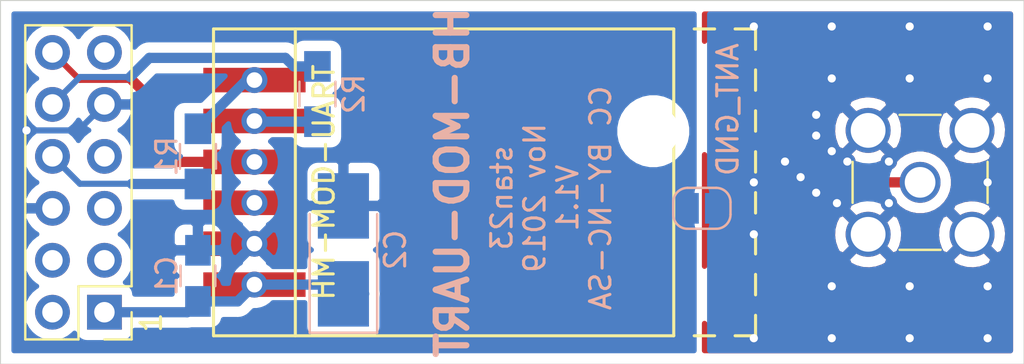
<source format=kicad_pcb>
(kicad_pcb (version 20171130) (host pcbnew "(5.1.2)-1")

  (general
    (thickness 1.6)
    (drawings 7)
    (tracks 63)
    (zones 0)
    (modules 8)
    (nets 11)
  )

  (page A4)
  (layers
    (0 F.Cu signal)
    (31 B.Cu signal)
    (32 B.Adhes user)
    (33 F.Adhes user)
    (34 B.Paste user)
    (35 F.Paste user)
    (36 B.SilkS user)
    (37 F.SilkS user)
    (38 B.Mask user)
    (39 F.Mask user)
    (40 Dwgs.User user)
    (41 Cmts.User user)
    (42 Eco1.User user)
    (43 Eco2.User user)
    (44 Edge.Cuts user)
    (45 Margin user)
    (46 B.CrtYd user)
    (47 F.CrtYd user hide)
    (48 B.Fab user hide)
    (49 F.Fab user hide)
  )

  (setup
    (last_trace_width 0.5)
    (user_trace_width 0.3)
    (user_trace_width 0.5)
    (trace_clearance 0.2)
    (zone_clearance 0.508)
    (zone_45_only no)
    (trace_min 0.2)
    (via_size 0.8)
    (via_drill 0.4)
    (via_min_size 0.4)
    (via_min_drill 0.3)
    (uvia_size 0.3)
    (uvia_drill 0.1)
    (uvias_allowed no)
    (uvia_min_size 0.2)
    (uvia_min_drill 0.1)
    (edge_width 0.15)
    (segment_width 0.2)
    (pcb_text_width 0.3)
    (pcb_text_size 1.5 1.5)
    (mod_edge_width 0.15)
    (mod_text_size 1 1)
    (mod_text_width 0.15)
    (pad_size 1.524 1.524)
    (pad_drill 0.762)
    (pad_to_mask_clearance 0.051)
    (solder_mask_min_width 0.25)
    (aux_axis_origin 0 0)
    (visible_elements 7FFFFFFF)
    (pcbplotparams
      (layerselection 0x010fc_ffffffff)
      (usegerberextensions false)
      (usegerberattributes false)
      (usegerberadvancedattributes false)
      (creategerberjobfile false)
      (excludeedgelayer true)
      (linewidth 1.000000)
      (plotframeref false)
      (viasonmask false)
      (mode 1)
      (useauxorigin false)
      (hpglpennumber 1)
      (hpglpenspeed 20)
      (hpglpendiameter 15.000000)
      (psnegative false)
      (psa4output false)
      (plotreference true)
      (plotvalue true)
      (plotinvisibletext false)
      (padsonsilk false)
      (subtractmaskfromsilk false)
      (outputformat 1)
      (mirror false)
      (drillshape 0)
      (scaleselection 1)
      (outputdirectory "HB-MOD-UART_Gerber11"))
  )

  (net 0 "")
  (net 1 +3V3)
  (net 2 GND)
  (net 3 "Net-(J1-Pad12)")
  (net 4 "Net-(J2-Pad1)")
  (net 5 "Net-(U1-Pad3)")
  (net 6 /TX)
  (net 7 /RX)
  (net 8 "Net-(R1-Pad1)")
  (net 9 "Net-(R2-Pad1)")
  (net 10 GNDS)

  (net_class Default "Dies ist die voreingestellte Netzklasse."
    (clearance 0.2)
    (trace_width 0.25)
    (via_dia 0.8)
    (via_drill 0.4)
    (uvia_dia 0.3)
    (uvia_drill 0.1)
    (add_net +3V3)
    (add_net /RX)
    (add_net /TX)
    (add_net GND)
    (add_net GNDS)
    (add_net "Net-(J1-Pad12)")
    (add_net "Net-(J2-Pad1)")
    (add_net "Net-(R1-Pad1)")
    (add_net "Net-(R2-Pad1)")
    (add_net "Net-(U1-Pad3)")
  )

  (module Capacitors_SMD:C_0805_HandSoldering (layer B.Cu) (tedit 58AA84A8) (tstamp 5DC1DC8D)
    (at 73.152 109.982 90)
    (descr "Capacitor SMD 0805, hand soldering")
    (tags "capacitor 0805")
    (path /5DC2CB1C)
    (attr smd)
    (fp_text reference C1 (at 0 -1.524 270) (layer B.SilkS)
      (effects (font (size 1 1) (thickness 0.15)) (justify mirror))
    )
    (fp_text value 100n (at 0 -1.75 270) (layer B.Fab)
      (effects (font (size 1 1) (thickness 0.15)) (justify mirror))
    )
    (fp_text user %R (at 0 1.75 270) (layer B.Fab)
      (effects (font (size 1 1) (thickness 0.15)) (justify mirror))
    )
    (fp_line (start -1 -0.62) (end -1 0.62) (layer B.Fab) (width 0.1))
    (fp_line (start 1 -0.62) (end -1 -0.62) (layer B.Fab) (width 0.1))
    (fp_line (start 1 0.62) (end 1 -0.62) (layer B.Fab) (width 0.1))
    (fp_line (start -1 0.62) (end 1 0.62) (layer B.Fab) (width 0.1))
    (fp_line (start 0.5 0.85) (end -0.5 0.85) (layer B.SilkS) (width 0.12))
    (fp_line (start -0.5 -0.85) (end 0.5 -0.85) (layer B.SilkS) (width 0.12))
    (fp_line (start -2.25 0.88) (end 2.25 0.88) (layer B.CrtYd) (width 0.05))
    (fp_line (start -2.25 0.88) (end -2.25 -0.87) (layer B.CrtYd) (width 0.05))
    (fp_line (start 2.25 -0.87) (end 2.25 0.88) (layer B.CrtYd) (width 0.05))
    (fp_line (start 2.25 -0.87) (end -2.25 -0.87) (layer B.CrtYd) (width 0.05))
    (pad 1 smd rect (at -1.25 0 90) (size 1.5 1.25) (layers B.Cu B.Paste B.Mask)
      (net 1 +3V3))
    (pad 2 smd rect (at 1.25 0 90) (size 1.5 1.25) (layers B.Cu B.Paste B.Mask)
      (net 2 GND))
    (model Capacitors_SMD.3dshapes/C_0805.wrl
      (at (xyz 0 0 0))
      (scale (xyz 1 1 1))
      (rotate (xyz 0 0 0))
    )
  )

  (module Pin_Headers:Pin_Header_Straight_2x06_Pitch2.54mm (layer F.Cu) (tedit 59650532) (tstamp 5DC1F040)
    (at 68.58 111.76 180)
    (descr "Through hole straight pin header, 2x06, 2.54mm pitch, double rows")
    (tags "Through hole pin header THT 2x06 2.54mm double row")
    (path /5DC18A31)
    (fp_text reference J1 (at -2.032 -1.524) (layer F.SilkS) hide
      (effects (font (size 1 1) (thickness 0.15)))
    )
    (fp_text value Conn_Raspi (at -2.794 2.921 90) (layer F.Fab)
      (effects (font (size 1 1) (thickness 0.15)))
    )
    (fp_line (start 0 -1.27) (end 3.81 -1.27) (layer F.Fab) (width 0.1))
    (fp_line (start 3.81 -1.27) (end 3.81 13.97) (layer F.Fab) (width 0.1))
    (fp_line (start 3.81 13.97) (end -1.27 13.97) (layer F.Fab) (width 0.1))
    (fp_line (start -1.27 13.97) (end -1.27 0) (layer F.Fab) (width 0.1))
    (fp_line (start -1.27 0) (end 0 -1.27) (layer F.Fab) (width 0.1))
    (fp_line (start -1.33 14.03) (end 3.87 14.03) (layer F.SilkS) (width 0.12))
    (fp_line (start -1.33 1.27) (end -1.33 14.03) (layer F.SilkS) (width 0.12))
    (fp_line (start 3.87 -1.33) (end 3.87 14.03) (layer F.SilkS) (width 0.12))
    (fp_line (start -1.33 1.27) (end 1.27 1.27) (layer F.SilkS) (width 0.12))
    (fp_line (start 1.27 1.27) (end 1.27 -1.33) (layer F.SilkS) (width 0.12))
    (fp_line (start 1.27 -1.33) (end 3.87 -1.33) (layer F.SilkS) (width 0.12))
    (fp_line (start -1.33 0) (end -1.33 -1.33) (layer F.SilkS) (width 0.12))
    (fp_line (start -1.33 -1.33) (end 0 -1.33) (layer F.SilkS) (width 0.12))
    (fp_line (start -1.8 -1.8) (end -1.8 14.5) (layer F.CrtYd) (width 0.05))
    (fp_line (start -1.8 14.5) (end 4.35 14.5) (layer F.CrtYd) (width 0.05))
    (fp_line (start 4.35 14.5) (end 4.35 -1.8) (layer F.CrtYd) (width 0.05))
    (fp_line (start 4.35 -1.8) (end -1.8 -1.8) (layer F.CrtYd) (width 0.05))
    (fp_text user %R (at 1.27 6.35 90) (layer F.Fab)
      (effects (font (size 1 1) (thickness 0.15)))
    )
    (pad 1 thru_hole rect (at 0 0 180) (size 1.7 1.7) (drill 1) (layers *.Cu *.Mask)
      (net 1 +3V3))
    (pad 2 thru_hole oval (at 2.54 0 180) (size 1.7 1.7) (drill 1) (layers *.Cu *.Mask))
    (pad 3 thru_hole oval (at 0 2.54 180) (size 1.7 1.7) (drill 1) (layers *.Cu *.Mask))
    (pad 4 thru_hole oval (at 2.54 2.54 180) (size 1.7 1.7) (drill 1) (layers *.Cu *.Mask))
    (pad 5 thru_hole oval (at 0 5.08 180) (size 1.7 1.7) (drill 1) (layers *.Cu *.Mask))
    (pad 6 thru_hole oval (at 2.54 5.08 180) (size 1.7 1.7) (drill 1) (layers *.Cu *.Mask)
      (net 2 GND))
    (pad 7 thru_hole oval (at 0 7.62 180) (size 1.7 1.7) (drill 1) (layers *.Cu *.Mask))
    (pad 8 thru_hole oval (at 2.54 7.62 180) (size 1.7 1.7) (drill 1) (layers *.Cu *.Mask)
      (net 6 /TX))
    (pad 9 thru_hole oval (at 0 10.16 180) (size 1.7 1.7) (drill 1) (layers *.Cu *.Mask)
      (net 2 GND))
    (pad 10 thru_hole oval (at 2.54 10.16 180) (size 1.7 1.7) (drill 1) (layers *.Cu *.Mask)
      (net 7 /RX))
    (pad 11 thru_hole oval (at 0 12.7 180) (size 1.7 1.7) (drill 1) (layers *.Cu *.Mask))
    (pad 12 thru_hole oval (at 2.54 12.7 180) (size 1.7 1.7) (drill 1) (layers *.Cu *.Mask)
      (net 3 "Net-(J1-Pad12)"))
    (model ${KISYS3DMOD}/Pin_Headers.3dshapes/Pin_Header_Straight_2x06_Pitch2.54mm.wrl
      (at (xyz 0 0 0))
      (scale (xyz 1 1 1))
      (rotate (xyz 0 0 0))
    )
  )

  (module Connectors:SMA_THT_Jack_Straight (layer F.Cu) (tedit 58C301F2) (tstamp 5DC1D60F)
    (at 108.458 105.41)
    (descr "SMA pcb through hole jack")
    (tags "SMA THT Jack Straight")
    (path /5DC37419)
    (fp_text reference J2 (at 0 -2.286) (layer F.SilkS) hide
      (effects (font (size 1 1) (thickness 0.15)))
    )
    (fp_text value Conn_Coaxial (at 0 5) (layer F.Fab)
      (effects (font (size 1 1) (thickness 0.15)))
    )
    (fp_line (start 2.03 -3.05) (end 3.05 -3.05) (layer F.Fab) (width 0.1))
    (fp_line (start -1 -3.3) (end 1 -3.3) (layer F.SilkS) (width 0.12))
    (fp_line (start -1 3.3) (end 1 3.3) (layer F.SilkS) (width 0.12))
    (fp_text user %R (at 0 -5) (layer F.Fab)
      (effects (font (size 1 1) (thickness 0.15)))
    )
    (fp_line (start 3.3 -1) (end 3.3 1) (layer F.SilkS) (width 0.12))
    (fp_line (start -3.3 -1) (end -3.3 1) (layer F.SilkS) (width 0.12))
    (fp_line (start 3.17 -3.17) (end 3.17 3.17) (layer F.Fab) (width 0.1))
    (fp_line (start -3.17 3.17) (end 3.17 3.17) (layer F.Fab) (width 0.1))
    (fp_line (start -3.17 -3.17) (end -3.17 3.17) (layer F.Fab) (width 0.1))
    (fp_line (start -3.17 -3.17) (end 3.17 -3.17) (layer F.Fab) (width 0.1))
    (fp_line (start -2.03 -3.05) (end -2.03 -2.03) (layer F.Fab) (width 0.1))
    (fp_line (start -3.05 -2.03) (end -2.03 -2.03) (layer F.Fab) (width 0.1))
    (fp_line (start -2.03 2.03) (end -2.03 3.05) (layer F.Fab) (width 0.1))
    (fp_line (start -3.05 2.03) (end -2.03 2.03) (layer F.Fab) (width 0.1))
    (fp_line (start 2.03 -3.05) (end 2.03 -2.03) (layer F.Fab) (width 0.1))
    (fp_line (start 2.03 -2.03) (end 3.05 -2.03) (layer F.Fab) (width 0.1))
    (fp_line (start 3.05 2.03) (end 2.03 2.03) (layer F.Fab) (width 0.1))
    (fp_line (start 2.03 2.03) (end 2.03 3.05) (layer F.Fab) (width 0.1))
    (fp_line (start -4.14 -4.14) (end 4.14 -4.14) (layer F.CrtYd) (width 0.05))
    (fp_line (start -4.14 -4.14) (end -4.14 4.14) (layer F.CrtYd) (width 0.05))
    (fp_line (start 4.14 4.14) (end 4.14 -4.14) (layer F.CrtYd) (width 0.05))
    (fp_line (start 4.14 4.14) (end -4.14 4.14) (layer F.CrtYd) (width 0.05))
    (fp_circle (center 0 0) (end 2.04 0) (layer F.Fab) (width 0.1))
    (fp_circle (center 0 0) (end 0.635 0) (layer F.Fab) (width 0.1))
    (fp_line (start 3.05 -3.05) (end 3.05 -2.03) (layer F.Fab) (width 0.1))
    (fp_line (start -3.05 -3.05) (end -3.05 -2.03) (layer F.Fab) (width 0.1))
    (fp_line (start -3.05 -3.05) (end -2.03 -3.05) (layer F.Fab) (width 0.1))
    (fp_line (start -3.05 3.05) (end -2.03 3.05) (layer F.Fab) (width 0.1))
    (fp_line (start -3.05 3.05) (end -3.05 2.03) (layer F.Fab) (width 0.1))
    (fp_line (start 3.05 2.03) (end 3.05 3.05) (layer F.Fab) (width 0.1))
    (fp_line (start 2.03 3.05) (end 3.05 3.05) (layer F.Fab) (width 0.1))
    (pad 2 thru_hole circle (at -2.54 2.54) (size 2.2 2.2) (drill 1.7) (layers *.Cu *.Mask)
      (net 10 GNDS))
    (pad 2 thru_hole circle (at -2.54 -2.54) (size 2.2 2.2) (drill 1.7) (layers *.Cu *.Mask)
      (net 10 GNDS))
    (pad 2 thru_hole circle (at 2.54 -2.54) (size 2.2 2.2) (drill 1.7) (layers *.Cu *.Mask)
      (net 10 GNDS))
    (pad 2 thru_hole circle (at 2.54 2.54) (size 2.2 2.2) (drill 1.7) (layers *.Cu *.Mask)
      (net 10 GNDS))
    (pad 1 thru_hole circle (at 0 0) (size 2 2) (drill 1.5) (layers *.Cu *.Mask)
      (net 4 "Net-(J2-Pad1)"))
  )

  (module Capacitors_Tantalum_SMD:CP_Tantalum_Case-B_EIA-3528-21_Hand (layer B.Cu) (tedit 58CC8C08) (tstamp 5DC1DC9D)
    (at 80.264 108.712 90)
    (descr "Tantalum capacitor, Case B, EIA 3528-21, 3.5x2.8x1.9mm, Hand soldering footprint")
    (tags "capacitor tantalum smd")
    (path /5DC2D57A)
    (attr smd)
    (fp_text reference C2 (at 0 2.54 270) (layer B.SilkS)
      (effects (font (size 1 1) (thickness 0.15)) (justify mirror))
    )
    (fp_text value "100u / 10V" (at 0 -3.15 270) (layer B.Fab)
      (effects (font (size 1 1) (thickness 0.15)) (justify mirror))
    )
    (fp_text user %R (at 0 0 270) (layer B.Fab)
      (effects (font (size 0.8 0.8) (thickness 0.12)) (justify mirror))
    )
    (fp_line (start -4.15 1.75) (end -4.15 -1.75) (layer B.CrtYd) (width 0.05))
    (fp_line (start -4.15 -1.75) (end 4.15 -1.75) (layer B.CrtYd) (width 0.05))
    (fp_line (start 4.15 -1.75) (end 4.15 1.75) (layer B.CrtYd) (width 0.05))
    (fp_line (start 4.15 1.75) (end -4.15 1.75) (layer B.CrtYd) (width 0.05))
    (fp_line (start -1.75 1.4) (end -1.75 -1.4) (layer B.Fab) (width 0.1))
    (fp_line (start -1.75 -1.4) (end 1.75 -1.4) (layer B.Fab) (width 0.1))
    (fp_line (start 1.75 -1.4) (end 1.75 1.4) (layer B.Fab) (width 0.1))
    (fp_line (start 1.75 1.4) (end -1.75 1.4) (layer B.Fab) (width 0.1))
    (fp_line (start -1.4 1.4) (end -1.4 -1.4) (layer B.Fab) (width 0.1))
    (fp_line (start -1.225 1.4) (end -1.225 -1.4) (layer B.Fab) (width 0.1))
    (fp_line (start -4.05 1.65) (end 1.75 1.65) (layer B.SilkS) (width 0.12))
    (fp_line (start -4.05 -1.65) (end 1.75 -1.65) (layer B.SilkS) (width 0.12))
    (fp_line (start -4.05 1.65) (end -4.05 -1.65) (layer B.SilkS) (width 0.12))
    (pad 1 smd rect (at -2.15 0 90) (size 3.2 2.5) (layers B.Cu B.Paste B.Mask)
      (net 1 +3V3))
    (pad 2 smd rect (at 2.15 0 90) (size 3.2 2.5) (layers B.Cu B.Paste B.Mask)
      (net 2 GND))
    (model Capacitors_Tantalum_SMD.3dshapes/CP_Tantalum_Case-B_EIA-3528-21.wrl
      (at (xyz 0 0 0))
      (scale (xyz 1 1 1))
      (rotate (xyz 0 0 0))
    )
  )

  (module Resistors_SMD:R_0805_HandSoldering (layer B.Cu) (tedit 58E0A804) (tstamp 5DC1DCC0)
    (at 73.152 104.14 270)
    (descr "Resistor SMD 0805, hand soldering")
    (tags "resistor 0805")
    (path /5DC41A77)
    (attr smd)
    (fp_text reference R1 (at 0 1.524 90) (layer B.SilkS)
      (effects (font (size 1 1) (thickness 0.15)) (justify mirror))
    )
    (fp_text value 1k (at 0 -1.75 90) (layer B.Fab)
      (effects (font (size 1 1) (thickness 0.15)) (justify mirror))
    )
    (fp_text user %R (at 0 0 90) (layer B.Fab)
      (effects (font (size 0.5 0.5) (thickness 0.075)) (justify mirror))
    )
    (fp_line (start -1 -0.62) (end -1 0.62) (layer B.Fab) (width 0.1))
    (fp_line (start 1 -0.62) (end -1 -0.62) (layer B.Fab) (width 0.1))
    (fp_line (start 1 0.62) (end 1 -0.62) (layer B.Fab) (width 0.1))
    (fp_line (start -1 0.62) (end 1 0.62) (layer B.Fab) (width 0.1))
    (fp_line (start 0.6 -0.88) (end -0.6 -0.88) (layer B.SilkS) (width 0.12))
    (fp_line (start -0.6 0.88) (end 0.6 0.88) (layer B.SilkS) (width 0.12))
    (fp_line (start -2.35 0.9) (end 2.35 0.9) (layer B.CrtYd) (width 0.05))
    (fp_line (start -2.35 0.9) (end -2.35 -0.9) (layer B.CrtYd) (width 0.05))
    (fp_line (start 2.35 -0.9) (end 2.35 0.9) (layer B.CrtYd) (width 0.05))
    (fp_line (start 2.35 -0.9) (end -2.35 -0.9) (layer B.CrtYd) (width 0.05))
    (pad 1 smd rect (at -1.35 0 270) (size 1.5 1.3) (layers B.Cu B.Paste B.Mask)
      (net 8 "Net-(R1-Pad1)"))
    (pad 2 smd rect (at 1.35 0 270) (size 1.5 1.3) (layers B.Cu B.Paste B.Mask)
      (net 6 /TX))
    (model ${KISYS3DMOD}/Resistors_SMD.3dshapes/R_0805.wrl
      (at (xyz 0 0 0))
      (scale (xyz 1 1 1))
      (rotate (xyz 0 0 0))
    )
  )

  (module Resistors_SMD:R_0805_HandSoldering (layer B.Cu) (tedit 58E0A804) (tstamp 5DCD5093)
    (at 78.994 101.092 90)
    (descr "Resistor SMD 0805, hand soldering")
    (tags "resistor 0805")
    (path /5DC428C9)
    (attr smd)
    (fp_text reference R2 (at 0 1.778 90) (layer B.SilkS)
      (effects (font (size 1 1) (thickness 0.15)) (justify mirror))
    )
    (fp_text value 1k (at 0 -1.75 90) (layer B.Fab)
      (effects (font (size 1 1) (thickness 0.15)) (justify mirror))
    )
    (fp_line (start 2.35 -0.9) (end -2.35 -0.9) (layer B.CrtYd) (width 0.05))
    (fp_line (start 2.35 -0.9) (end 2.35 0.9) (layer B.CrtYd) (width 0.05))
    (fp_line (start -2.35 0.9) (end -2.35 -0.9) (layer B.CrtYd) (width 0.05))
    (fp_line (start -2.35 0.9) (end 2.35 0.9) (layer B.CrtYd) (width 0.05))
    (fp_line (start -0.6 0.88) (end 0.6 0.88) (layer B.SilkS) (width 0.12))
    (fp_line (start 0.6 -0.88) (end -0.6 -0.88) (layer B.SilkS) (width 0.12))
    (fp_line (start -1 0.62) (end 1 0.62) (layer B.Fab) (width 0.1))
    (fp_line (start 1 0.62) (end 1 -0.62) (layer B.Fab) (width 0.1))
    (fp_line (start 1 -0.62) (end -1 -0.62) (layer B.Fab) (width 0.1))
    (fp_line (start -1 -0.62) (end -1 0.62) (layer B.Fab) (width 0.1))
    (fp_text user %R (at 0 0 90) (layer B.Fab)
      (effects (font (size 0.5 0.5) (thickness 0.075)) (justify mirror))
    )
    (pad 2 smd rect (at 1.35 0 90) (size 1.5 1.3) (layers B.Cu B.Paste B.Mask)
      (net 7 /RX))
    (pad 1 smd rect (at -1.35 0 90) (size 1.5 1.3) (layers B.Cu B.Paste B.Mask)
      (net 9 "Net-(R2-Pad1)"))
    (model ${KISYS3DMOD}/Resistors_SMD.3dshapes/R_0805.wrl
      (at (xyz 0 0 0))
      (scale (xyz 1 1 1))
      (rotate (xyz 0 0 0))
    )
  )

  (module Jumper:SolderJumper-2_P1.3mm_Open_RoundedPad1.0x1.5mm (layer B.Cu) (tedit 5B391E66) (tstamp 5DC1ED9C)
    (at 97.79 106.68)
    (descr "SMD Solder Jumper, 1x1.5mm, rounded Pads, 0.3mm gap, open")
    (tags "solder jumper open")
    (path /5DC4DF0E)
    (zone_connect 1)
    (attr virtual)
    (fp_text reference JP1 (at 0 1.8) (layer B.SilkS) hide
      (effects (font (size 1 1) (thickness 0.15)) (justify mirror))
    )
    (fp_text value ANT_GND (at 1.27 -4.826 90) (layer B.SilkS)
      (effects (font (size 1 1) (thickness 0.15)) (justify mirror))
    )
    (fp_arc (start 0.7 0.3) (end 1.4 0.3) (angle 90) (layer B.SilkS) (width 0.12))
    (fp_arc (start 0.7 -0.3) (end 0.7 -1) (angle 90) (layer B.SilkS) (width 0.12))
    (fp_arc (start -0.7 -0.3) (end -1.4 -0.3) (angle 90) (layer B.SilkS) (width 0.12))
    (fp_arc (start -0.7 0.3) (end -0.7 1) (angle 90) (layer B.SilkS) (width 0.12))
    (fp_line (start -1.4 -0.3) (end -1.4 0.3) (layer B.SilkS) (width 0.12))
    (fp_line (start 0.7 -1) (end -0.7 -1) (layer B.SilkS) (width 0.12))
    (fp_line (start 1.4 0.3) (end 1.4 -0.3) (layer B.SilkS) (width 0.12))
    (fp_line (start -0.7 1) (end 0.7 1) (layer B.SilkS) (width 0.12))
    (fp_line (start -1.65 1.25) (end 1.65 1.25) (layer B.CrtYd) (width 0.05))
    (fp_line (start -1.65 1.25) (end -1.65 -1.25) (layer B.CrtYd) (width 0.05))
    (fp_line (start 1.65 -1.25) (end 1.65 1.25) (layer B.CrtYd) (width 0.05))
    (fp_line (start 1.65 -1.25) (end -1.65 -1.25) (layer B.CrtYd) (width 0.05))
    (pad 1 smd custom (at -0.65 0) (size 1 0.5) (layers B.Cu B.Mask)
      (net 2 GND) (zone_connect 2)
      (options (clearance outline) (anchor rect))
      (primitives
        (gr_circle (center 0 -0.25) (end 0.5 -0.25) (width 0))
        (gr_circle (center 0 0.25) (end 0.5 0.25) (width 0))
        (gr_poly (pts
           (xy 0 0.75) (xy 0.5 0.75) (xy 0.5 -0.75) (xy 0 -0.75)) (width 0))
      ))
    (pad 2 smd custom (at 0.65 0) (size 1 0.5) (layers B.Cu B.Mask)
      (net 10 GNDS) (zone_connect 2)
      (options (clearance outline) (anchor rect))
      (primitives
        (gr_circle (center 0 -0.25) (end 0.5 -0.25) (width 0))
        (gr_circle (center 0 0.25) (end 0.5 0.25) (width 0))
        (gr_poly (pts
           (xy 0 0.75) (xy -0.5 0.75) (xy -0.5 -0.75) (xy 0 -0.75)) (width 0))
      ))
  )

  (module myRadioModules:HM-MOD-UART_SMD_THT_Antenna (layer F.Cu) (tedit 5DC1B6BC) (tstamp 5DCD51AD)
    (at 73.914 105.41 270)
    (path /5DC24411)
    (fp_text reference U1 (at 0 -6.5 90) (layer F.SilkS) hide
      (effects (font (size 1 1) (thickness 0.15)))
    )
    (fp_text value HM-MOD-UART (at 0 -8.27 90) (layer F.Fab)
      (effects (font (size 1 1) (thickness 0.15)))
    )
    (fp_text user HM-MOD-UART (at 0 -5.4 270) (layer F.SilkS)
      (effects (font (size 1 1) (thickness 0.15)))
    )
    (fp_line (start -7.5 0) (end -7.5 -22.5) (layer F.SilkS) (width 0.15))
    (fp_line (start -7.5 -22.5) (end 7.5 -22.5) (layer F.SilkS) (width 0.15))
    (fp_line (start 7.5 -22.5) (end 7.5 0) (layer F.SilkS) (width 0.15))
    (fp_line (start 7.5 0) (end -7.5 0) (layer F.SilkS) (width 0.15))
    (fp_line (start -7.5 -4) (end 7.5 -4) (layer F.SilkS) (width 0.15))
    (fp_line (start -7.5 -23.5) (end -7.5 -24.5) (layer F.SilkS) (width 0.15))
    (fp_line (start -7.5 -25.5) (end -7.5 -26.5) (layer F.SilkS) (width 0.15))
    (fp_line (start -7.5 -26.5) (end -6.5 -26.5) (layer F.SilkS) (width 0.15))
    (fp_line (start -5.5 -26.5) (end -4.5 -26.5) (layer F.SilkS) (width 0.15))
    (fp_line (start -3.5 -26.5) (end -2.5 -26.5) (layer F.SilkS) (width 0.15))
    (fp_line (start -1.5 -26.5) (end -0.5 -26.5) (layer F.SilkS) (width 0.15))
    (fp_line (start 0.5 -26.5) (end 1.5 -26.5) (layer F.SilkS) (width 0.15))
    (fp_line (start 2.5 -26.5) (end 3.5 -26.5) (layer F.SilkS) (width 0.15))
    (fp_line (start 4.5 -26.5) (end 5.5 -26.5) (layer F.SilkS) (width 0.15))
    (fp_line (start 6.5 -26.5) (end 7.5 -26.5) (layer F.SilkS) (width 0.15))
    (fp_line (start 7.5 -23.5) (end 7.5 -24.5) (layer F.SilkS) (width 0.15))
    (fp_line (start 7.5 -25.5) (end 7.5 -26.5) (layer F.SilkS) (width 0.15))
    (pad 1 thru_hole circle (at 5 -2 270) (size 1.27 1.27) (drill 0.762) (layers *.Cu *.Mask)
      (net 1 +3V3))
    (pad 2 thru_hole circle (at 3 -2 270) (size 1.27 1.27) (drill 0.762) (layers *.Cu *.Mask)
      (net 2 GND))
    (pad 3 thru_hole circle (at 1 -2 270) (size 1.27 1.27) (drill 0.762) (layers *.Cu *.Mask)
      (net 5 "Net-(U1-Pad3)"))
    (pad 4 thru_hole circle (at -1 -2 270) (size 1.27 1.27) (drill 0.762) (layers *.Cu *.Mask)
      (net 3 "Net-(J1-Pad12)"))
    (pad 5 thru_hole circle (at -3 -2 270) (size 1.27 1.27) (drill 0.762) (layers *.Cu *.Mask)
      (net 9 "Net-(R2-Pad1)"))
    (pad 6 thru_hole oval (at -5 -2 270) (size 1.27 1.27) (drill 0.762) (layers *.Cu *.Mask)
      (net 8 "Net-(R1-Pad1)"))
    (pad 1 smd rect (at 5 -2 270) (size 1.2 5) (layers F.Cu F.Mask)
      (net 1 +3V3))
    (pad 2 smd rect (at 3 -2 270) (size 1.2 5) (layers F.Cu F.Mask)
      (net 2 GND))
    (pad 3 smd rect (at 1 -2 270) (size 1.2 5) (layers F.Cu F.Mask)
      (net 5 "Net-(U1-Pad3)"))
    (pad 4 smd rect (at -1 -2 270) (size 1.2 5) (layers F.Cu F.Mask)
      (net 3 "Net-(J1-Pad12)"))
    (pad 5 smd rect (at -3 -2 270) (size 1.2 5) (layers F.Cu F.Mask)
      (net 9 "Net-(R2-Pad1)"))
    (pad 6 smd rect (at -5 -2 270) (size 1.2 5) (layers F.Cu F.Mask)
      (net 8 "Net-(R1-Pad1)"))
    (pad 9 smd rect (at -2.5 -26.5 270) (size 1.5 4) (layers F.Cu F.Mask)
      (net 4 "Net-(J2-Pad1)"))
    (pad 10 smd rect (at -5.5 -26.5 270) (size 2 4) (layers F.Cu F.Mask)
      (net 10 GNDS))
    (pad 10 smd rect (at 5.5 -26.5 270) (size 2 4) (layers F.Cu F.Mask)
      (net 10 GNDS))
    (pad "" np_thru_hole circle (at -2.5 -21.5 270) (size 2.5 2.5) (drill 2.5) (layers *.Cu *.Mask))
  )

  (gr_text 1 (at 70.866 112.268 90) (layer F.SilkS)
    (effects (font (size 1 1) (thickness 0.15)))
  )
  (gr_text "stan23\nNov 2019\nV1.1\nCC BY-NC-SA" (at 90.424 106.172 90) (layer B.SilkS)
    (effects (font (size 1 1) (thickness 0.15)) (justify mirror))
  )
  (gr_text HB-MOD-UART (at 85.598 105.41 90) (layer B.SilkS)
    (effects (font (size 1.5 1.5) (thickness 0.3)) (justify mirror))
  )
  (gr_line (start 113.538 114.3) (end 63.5 114.3) (layer Edge.Cuts) (width 0.05) (tstamp 5DCD5664))
  (gr_line (start 113.538 96.52) (end 113.538 114.3) (layer Edge.Cuts) (width 0.05))
  (gr_line (start 63.5 96.52) (end 113.538 96.52) (layer Edge.Cuts) (width 0.05) (tstamp 5DCD5602))
  (gr_line (start 63.5 114.3) (end 63.5 96.52) (layer Edge.Cuts) (width 0.05))

  (segment (start 72.624 111.76) (end 73.152 111.232) (width 0.5) (layer B.Cu) (net 1) (status 30))
  (segment (start 68.58 111.76) (end 72.624 111.76) (width 0.5) (layer B.Cu) (net 1) (status 30))
  (segment (start 75.092 111.232) (end 75.914 110.41) (width 0.5) (layer B.Cu) (net 1) (status 20))
  (segment (start 73.152 111.232) (end 75.092 111.232) (width 0.5) (layer B.Cu) (net 1) (status 10))
  (segment (start 80.828 110.41) (end 81.28 110.862) (width 0.5) (layer B.Cu) (net 1) (status 30))
  (segment (start 79.812 110.41) (end 80.264 110.862) (width 0.5) (layer B.Cu) (net 1) (status 30))
  (segment (start 75.914 110.41) (end 79.812 110.41) (width 0.5) (layer B.Cu) (net 1) (status 30))
  (segment (start 67.31 102.87) (end 64.77 102.87) (width 0.3) (layer B.Cu) (net 2))
  (segment (start 68.58 101.6) (end 67.31 102.87) (width 0.3) (layer B.Cu) (net 2) (status 10))
  (via (at 64.77 102.87) (size 0.8) (drill 0.4) (layers F.Cu B.Cu) (net 2))
  (segment (start 66.04 99.06) (end 67.379999 100.399999) (width 0.3) (layer F.Cu) (net 3) (status 10))
  (segment (start 67.379999 100.399999) (end 69.156001 100.399999) (width 0.3) (layer F.Cu) (net 3))
  (segment (start 75.914 104.41) (end 71.898 104.41) (width 0.5) (layer F.Cu) (net 3) (status 10))
  (segment (start 71.898 104.41) (end 71.12 103.632) (width 0.5) (layer F.Cu) (net 3))
  (segment (start 71.12 103.632) (end 71.12 101.6) (width 0.5) (layer F.Cu) (net 3))
  (segment (start 71.12 101.6) (end 69.919999 100.399999) (width 0.5) (layer F.Cu) (net 3))
  (segment (start 69.156001 100.399999) (end 69.919999 100.399999) (width 0.3) (layer F.Cu) (net 3))
  (segment (start 101.664 102.91) (end 100.414 102.91) (width 0.5) (layer F.Cu) (net 4) (status 30))
  (segment (start 108.458 105.41) (end 104.164 105.41) (width 0.5) (layer F.Cu) (net 4) (status 10))
  (segment (start 104.164 105.41) (end 101.664 102.91) (width 0.5) (layer F.Cu) (net 4) (status 20))
  (segment (start 66.04 104.14) (end 67.379999 105.479999) (width 0.3) (layer B.Cu) (net 6) (status 10))
  (segment (start 69.93 105.49) (end 69.919999 105.479999) (width 0.5) (layer B.Cu) (net 6))
  (segment (start 73.152 105.49) (end 69.93 105.49) (width 0.5) (layer B.Cu) (net 6) (status 10))
  (segment (start 67.379999 105.479999) (end 69.919999 105.479999) (width 0.3) (layer B.Cu) (net 6))
  (segment (start 69.919999 105.479999) (end 71.304001 105.479999) (width 0.3) (layer B.Cu) (net 6))
  (segment (start 69.840001 100.260001) (end 69.85 100.27) (width 0.3) (layer B.Cu) (net 7))
  (segment (start 67.379999 100.260001) (end 69.840001 100.260001) (width 0.3) (layer B.Cu) (net 7))
  (segment (start 66.04 101.6) (end 67.379999 100.260001) (width 0.3) (layer B.Cu) (net 7) (status 10))
  (segment (start 70.775003 99.324999) (end 69.840001 100.260001) (width 0.5) (layer B.Cu) (net 7))
  (segment (start 77.426999 99.324999) (end 70.775003 99.324999) (width 0.5) (layer B.Cu) (net 7))
  (segment (start 77.844 99.742) (end 77.426999 99.324999) (width 0.5) (layer B.Cu) (net 7))
  (segment (start 78.994 99.742) (end 77.844 99.742) (width 0.5) (layer B.Cu) (net 7) (status 10))
  (segment (start 75.532 100.41) (end 73.152 102.79) (width 0.5) (layer B.Cu) (net 8))
  (segment (start 75.914 100.41) (end 75.532 100.41) (width 0.5) (layer B.Cu) (net 8))
  (segment (start 75.946 102.442) (end 75.914 102.41) (width 0.5) (layer B.Cu) (net 9))
  (segment (start 78.994 102.442) (end 75.946 102.442) (width 0.5) (layer B.Cu) (net 9))
  (via (at 101.854 104.394) (size 0.8) (drill 0.4) (layers F.Cu B.Cu) (net 10))
  (via (at 102.616 105.156) (size 0.8) (drill 0.4) (layers F.Cu B.Cu) (net 10))
  (via (at 103.378 105.918) (size 0.8) (drill 0.4) (layers F.Cu B.Cu) (net 10))
  (via (at 103.378 102.108) (size 0.8) (drill 0.4) (layers F.Cu B.Cu) (net 10))
  (via (at 103.378 103.124) (size 0.8) (drill 0.4) (layers F.Cu B.Cu) (net 10))
  (via (at 104.14 103.886) (size 0.8) (drill 0.4) (layers F.Cu B.Cu) (net 10))
  (via (at 104.902 104.394) (size 0.8) (drill 0.4) (layers F.Cu B.Cu) (net 10))
  (via (at 104.394 106.426) (size 0.8) (drill 0.4) (layers F.Cu B.Cu) (net 10))
  (via (at 106.934 104.394) (size 0.8) (drill 0.4) (layers F.Cu B.Cu) (net 10))
  (via (at 106.934 106.426) (size 0.8) (drill 0.4) (layers F.Cu B.Cu) (net 10))
  (via (at 100.33 97.79) (size 0.8) (drill 0.4) (layers F.Cu B.Cu) (net 10))
  (via (at 104.14 97.79) (size 0.8) (drill 0.4) (layers F.Cu B.Cu) (net 10))
  (via (at 107.95 97.79) (size 0.8) (drill 0.4) (layers F.Cu B.Cu) (net 10))
  (via (at 111.76 97.79) (size 0.8) (drill 0.4) (layers F.Cu B.Cu) (net 10))
  (via (at 107.95 100.33) (size 0.8) (drill 0.4) (layers F.Cu B.Cu) (net 10))
  (via (at 111.76 100.33) (size 0.8) (drill 0.4) (layers F.Cu B.Cu) (net 10))
  (via (at 111.76 105.41) (size 0.8) (drill 0.4) (layers F.Cu B.Cu) (net 10))
  (via (at 111.76 110.49) (size 0.8) (drill 0.4) (layers F.Cu B.Cu) (net 10))
  (via (at 111.76 113.03) (size 0.8) (drill 0.4) (layers F.Cu B.Cu) (net 10))
  (via (at 107.95 113.03) (size 0.8) (drill 0.4) (layers F.Cu B.Cu) (net 10))
  (via (at 104.14 113.03) (size 0.8) (drill 0.4) (layers F.Cu B.Cu) (net 10))
  (via (at 100.33 113.03) (size 0.8) (drill 0.4) (layers F.Cu B.Cu) (net 10))
  (via (at 100.33 107.95) (size 0.8) (drill 0.4) (layers F.Cu B.Cu) (net 10))
  (via (at 100.33 105.41) (size 0.8) (drill 0.4) (layers F.Cu B.Cu) (net 10))
  (via (at 107.95 110.49) (size 0.8) (drill 0.4) (layers F.Cu B.Cu) (net 10))
  (via (at 104.14 110.49) (size 0.8) (drill 0.4) (layers F.Cu B.Cu) (net 10))
  (via (at 104.14 100.33) (size 0.8) (drill 0.4) (layers F.Cu B.Cu) (net 10))

  (zone (net 10) (net_name GNDS) (layer B.Cu) (tstamp 5DCD59B5) (hatch edge 0.508)
    (connect_pads (clearance 0.508))
    (min_thickness 0.254)
    (fill yes (arc_segments 32) (thermal_gap 0.508) (thermal_bridge_width 0.508))
    (polygon
      (pts
        (xy 98.044 96.52) (xy 113.538 96.52) (xy 113.538 114.3) (xy 98.044 114.3)
      )
    )
    (filled_polygon
      (pts
        (xy 112.878001 113.64) (xy 98.171 113.64) (xy 98.171 109.156712) (xy 104.890893 109.156712) (xy 104.998726 109.431338)
        (xy 105.305384 109.582216) (xy 105.635585 109.670369) (xy 105.976639 109.692409) (xy 106.315439 109.647489) (xy 106.638966 109.537336)
        (xy 106.837274 109.431338) (xy 106.945107 109.156712) (xy 109.970893 109.156712) (xy 110.078726 109.431338) (xy 110.385384 109.582216)
        (xy 110.715585 109.670369) (xy 111.056639 109.692409) (xy 111.395439 109.647489) (xy 111.718966 109.537336) (xy 111.917274 109.431338)
        (xy 112.025107 109.156712) (xy 110.998 108.129605) (xy 109.970893 109.156712) (xy 106.945107 109.156712) (xy 105.918 108.129605)
        (xy 104.890893 109.156712) (xy 98.171 109.156712) (xy 98.171 108.008639) (xy 104.175591 108.008639) (xy 104.220511 108.347439)
        (xy 104.330664 108.670966) (xy 104.436662 108.869274) (xy 104.711288 108.977107) (xy 105.738395 107.95) (xy 106.097605 107.95)
        (xy 107.124712 108.977107) (xy 107.399338 108.869274) (xy 107.550216 108.562616) (xy 107.638369 108.232415) (xy 107.65283 108.008639)
        (xy 109.255591 108.008639) (xy 109.300511 108.347439) (xy 109.410664 108.670966) (xy 109.516662 108.869274) (xy 109.791288 108.977107)
        (xy 110.818395 107.95) (xy 111.177605 107.95) (xy 112.204712 108.977107) (xy 112.479338 108.869274) (xy 112.630216 108.562616)
        (xy 112.718369 108.232415) (xy 112.740409 107.891361) (xy 112.695489 107.552561) (xy 112.585336 107.229034) (xy 112.479338 107.030726)
        (xy 112.204712 106.922893) (xy 111.177605 107.95) (xy 110.818395 107.95) (xy 109.791288 106.922893) (xy 109.516662 107.030726)
        (xy 109.365784 107.337384) (xy 109.277631 107.667585) (xy 109.255591 108.008639) (xy 107.65283 108.008639) (xy 107.660409 107.891361)
        (xy 107.615489 107.552561) (xy 107.505336 107.229034) (xy 107.399338 107.030726) (xy 107.124712 106.922893) (xy 106.097605 107.95)
        (xy 105.738395 107.95) (xy 104.711288 106.922893) (xy 104.436662 107.030726) (xy 104.285784 107.337384) (xy 104.197631 107.667585)
        (xy 104.175591 108.008639) (xy 98.171 108.008639) (xy 98.171 107.783628) (xy 98.229502 107.67418) (xy 98.265812 107.554482)
        (xy 98.278072 107.43) (xy 98.278072 106.743288) (xy 104.890893 106.743288) (xy 105.918 107.770395) (xy 106.945107 106.743288)
        (xy 106.837274 106.468662) (xy 106.530616 106.317784) (xy 106.200415 106.229631) (xy 105.859361 106.207591) (xy 105.520561 106.252511)
        (xy 105.197034 106.362664) (xy 104.998726 106.468662) (xy 104.890893 106.743288) (xy 98.278072 106.743288) (xy 98.278072 105.93)
        (xy 98.265812 105.805518) (xy 98.229502 105.68582) (xy 98.171 105.576372) (xy 98.171 105.248967) (xy 106.823 105.248967)
        (xy 106.823 105.571033) (xy 106.885832 105.886912) (xy 107.009082 106.184463) (xy 107.188013 106.452252) (xy 107.415748 106.679987)
        (xy 107.683537 106.858918) (xy 107.981088 106.982168) (xy 108.296967 107.045) (xy 108.619033 107.045) (xy 108.934912 106.982168)
        (xy 109.232463 106.858918) (xy 109.405515 106.743288) (xy 109.970893 106.743288) (xy 110.998 107.770395) (xy 112.025107 106.743288)
        (xy 111.917274 106.468662) (xy 111.610616 106.317784) (xy 111.280415 106.229631) (xy 110.939361 106.207591) (xy 110.600561 106.252511)
        (xy 110.277034 106.362664) (xy 110.078726 106.468662) (xy 109.970893 106.743288) (xy 109.405515 106.743288) (xy 109.500252 106.679987)
        (xy 109.727987 106.452252) (xy 109.906918 106.184463) (xy 110.030168 105.886912) (xy 110.093 105.571033) (xy 110.093 105.248967)
        (xy 110.030168 104.933088) (xy 109.906918 104.635537) (xy 109.727987 104.367748) (xy 109.500252 104.140013) (xy 109.405516 104.076712)
        (xy 109.970893 104.076712) (xy 110.078726 104.351338) (xy 110.385384 104.502216) (xy 110.715585 104.590369) (xy 111.056639 104.612409)
        (xy 111.395439 104.567489) (xy 111.718966 104.457336) (xy 111.917274 104.351338) (xy 112.025107 104.076712) (xy 110.998 103.049605)
        (xy 109.970893 104.076712) (xy 109.405516 104.076712) (xy 109.232463 103.961082) (xy 108.934912 103.837832) (xy 108.619033 103.775)
        (xy 108.296967 103.775) (xy 107.981088 103.837832) (xy 107.683537 103.961082) (xy 107.415748 104.140013) (xy 107.188013 104.367748)
        (xy 107.009082 104.635537) (xy 106.885832 104.933088) (xy 106.823 105.248967) (xy 98.171 105.248967) (xy 98.171 104.076712)
        (xy 104.890893 104.076712) (xy 104.998726 104.351338) (xy 105.305384 104.502216) (xy 105.635585 104.590369) (xy 105.976639 104.612409)
        (xy 106.315439 104.567489) (xy 106.638966 104.457336) (xy 106.837274 104.351338) (xy 106.945107 104.076712) (xy 105.918 103.049605)
        (xy 104.890893 104.076712) (xy 98.171 104.076712) (xy 98.171 102.928639) (xy 104.175591 102.928639) (xy 104.220511 103.267439)
        (xy 104.330664 103.590966) (xy 104.436662 103.789274) (xy 104.711288 103.897107) (xy 105.738395 102.87) (xy 106.097605 102.87)
        (xy 107.124712 103.897107) (xy 107.399338 103.789274) (xy 107.550216 103.482616) (xy 107.638369 103.152415) (xy 107.65283 102.928639)
        (xy 109.255591 102.928639) (xy 109.300511 103.267439) (xy 109.410664 103.590966) (xy 109.516662 103.789274) (xy 109.791288 103.897107)
        (xy 110.818395 102.87) (xy 111.177605 102.87) (xy 112.204712 103.897107) (xy 112.479338 103.789274) (xy 112.630216 103.482616)
        (xy 112.718369 103.152415) (xy 112.740409 102.811361) (xy 112.695489 102.472561) (xy 112.585336 102.149034) (xy 112.479338 101.950726)
        (xy 112.204712 101.842893) (xy 111.177605 102.87) (xy 110.818395 102.87) (xy 109.791288 101.842893) (xy 109.516662 101.950726)
        (xy 109.365784 102.257384) (xy 109.277631 102.587585) (xy 109.255591 102.928639) (xy 107.65283 102.928639) (xy 107.660409 102.811361)
        (xy 107.615489 102.472561) (xy 107.505336 102.149034) (xy 107.399338 101.950726) (xy 107.124712 101.842893) (xy 106.097605 102.87)
        (xy 105.738395 102.87) (xy 104.711288 101.842893) (xy 104.436662 101.950726) (xy 104.285784 102.257384) (xy 104.197631 102.587585)
        (xy 104.175591 102.928639) (xy 98.171 102.928639) (xy 98.171 101.663288) (xy 104.890893 101.663288) (xy 105.918 102.690395)
        (xy 106.945107 101.663288) (xy 109.970893 101.663288) (xy 110.998 102.690395) (xy 112.025107 101.663288) (xy 111.917274 101.388662)
        (xy 111.610616 101.237784) (xy 111.280415 101.149631) (xy 110.939361 101.127591) (xy 110.600561 101.172511) (xy 110.277034 101.282664)
        (xy 110.078726 101.388662) (xy 109.970893 101.663288) (xy 106.945107 101.663288) (xy 106.837274 101.388662) (xy 106.530616 101.237784)
        (xy 106.200415 101.149631) (xy 105.859361 101.127591) (xy 105.520561 101.172511) (xy 105.197034 101.282664) (xy 104.998726 101.388662)
        (xy 104.890893 101.663288) (xy 98.171 101.663288) (xy 98.171 97.18) (xy 112.878 97.18)
      )
    )
  )
  (zone (net 10) (net_name GNDS) (layer F.Cu) (tstamp 5DCD59B2) (hatch edge 0.508)
    (connect_pads (clearance 0.508))
    (min_thickness 0.254)
    (fill yes (arc_segments 32) (thermal_gap 0.508) (thermal_bridge_width 0.508))
    (polygon
      (pts
        (xy 97.79 96.52) (xy 113.538 96.52) (xy 113.538 114.3) (xy 97.79 114.3)
      )
    )
    (filled_polygon
      (pts
        (xy 112.878001 113.64) (xy 97.917 113.64) (xy 97.917 112.305359) (xy 97.962815 112.361185) (xy 98.059506 112.440537)
        (xy 98.16982 112.499502) (xy 98.289518 112.535812) (xy 98.414 112.548072) (xy 100.12825 112.545) (xy 100.287 112.38625)
        (xy 100.287 111.037) (xy 100.541 111.037) (xy 100.541 112.38625) (xy 100.69975 112.545) (xy 102.414 112.548072)
        (xy 102.538482 112.535812) (xy 102.65818 112.499502) (xy 102.768494 112.440537) (xy 102.865185 112.361185) (xy 102.944537 112.264494)
        (xy 103.003502 112.15418) (xy 103.039812 112.034482) (xy 103.052072 111.91) (xy 103.049 111.19575) (xy 102.89025 111.037)
        (xy 100.541 111.037) (xy 100.287 111.037) (xy 100.267 111.037) (xy 100.267 110.783) (xy 100.287 110.783)
        (xy 100.287 109.43375) (xy 100.541 109.43375) (xy 100.541 110.783) (xy 102.89025 110.783) (xy 103.049 110.62425)
        (xy 103.052072 109.91) (xy 103.039812 109.785518) (xy 103.003502 109.66582) (xy 102.944537 109.555506) (xy 102.865185 109.458815)
        (xy 102.768494 109.379463) (xy 102.65818 109.320498) (xy 102.538482 109.284188) (xy 102.414 109.271928) (xy 100.69975 109.275)
        (xy 100.541 109.43375) (xy 100.287 109.43375) (xy 100.12825 109.275) (xy 98.414 109.271928) (xy 98.289518 109.284188)
        (xy 98.16982 109.320498) (xy 98.059506 109.379463) (xy 97.962815 109.458815) (xy 97.917 109.514641) (xy 97.917 109.156712)
        (xy 104.890893 109.156712) (xy 104.998726 109.431338) (xy 105.305384 109.582216) (xy 105.635585 109.670369) (xy 105.976639 109.692409)
        (xy 106.315439 109.647489) (xy 106.638966 109.537336) (xy 106.837274 109.431338) (xy 106.945107 109.156712) (xy 109.970893 109.156712)
        (xy 110.078726 109.431338) (xy 110.385384 109.582216) (xy 110.715585 109.670369) (xy 111.056639 109.692409) (xy 111.395439 109.647489)
        (xy 111.718966 109.537336) (xy 111.917274 109.431338) (xy 112.025107 109.156712) (xy 110.998 108.129605) (xy 109.970893 109.156712)
        (xy 106.945107 109.156712) (xy 105.918 108.129605) (xy 104.890893 109.156712) (xy 97.917 109.156712) (xy 97.917 108.008639)
        (xy 104.175591 108.008639) (xy 104.220511 108.347439) (xy 104.330664 108.670966) (xy 104.436662 108.869274) (xy 104.711288 108.977107)
        (xy 105.738395 107.95) (xy 106.097605 107.95) (xy 107.124712 108.977107) (xy 107.399338 108.869274) (xy 107.550216 108.562616)
        (xy 107.638369 108.232415) (xy 107.65283 108.008639) (xy 109.255591 108.008639) (xy 109.300511 108.347439) (xy 109.410664 108.670966)
        (xy 109.516662 108.869274) (xy 109.791288 108.977107) (xy 110.818395 107.95) (xy 111.177605 107.95) (xy 112.204712 108.977107)
        (xy 112.479338 108.869274) (xy 112.630216 108.562616) (xy 112.718369 108.232415) (xy 112.740409 107.891361) (xy 112.695489 107.552561)
        (xy 112.585336 107.229034) (xy 112.479338 107.030726) (xy 112.204712 106.922893) (xy 111.177605 107.95) (xy 110.818395 107.95)
        (xy 109.791288 106.922893) (xy 109.516662 107.030726) (xy 109.365784 107.337384) (xy 109.277631 107.667585) (xy 109.255591 108.008639)
        (xy 107.65283 108.008639) (xy 107.660409 107.891361) (xy 107.615489 107.552561) (xy 107.505336 107.229034) (xy 107.399338 107.030726)
        (xy 107.124712 106.922893) (xy 106.097605 107.95) (xy 105.738395 107.95) (xy 104.711288 106.922893) (xy 104.436662 107.030726)
        (xy 104.285784 107.337384) (xy 104.197631 107.667585) (xy 104.175591 108.008639) (xy 97.917 108.008639) (xy 97.917 104.055359)
        (xy 97.962815 104.111185) (xy 98.059506 104.190537) (xy 98.16982 104.249502) (xy 98.289518 104.285812) (xy 98.414 104.298072)
        (xy 101.800494 104.298072) (xy 103.50747 106.005049) (xy 103.535183 106.038817) (xy 103.568951 106.06653) (xy 103.568953 106.066532)
        (xy 103.669941 106.149411) (xy 103.823687 106.231589) (xy 103.99051 106.282195) (xy 104.120523 106.295) (xy 104.120531 106.295)
        (xy 104.164 106.299281) (xy 104.207469 106.295) (xy 105.395768 106.295) (xy 105.197034 106.362664) (xy 104.998726 106.468662)
        (xy 104.890893 106.743288) (xy 105.918 107.770395) (xy 106.945107 106.743288) (xy 106.837274 106.468662) (xy 106.530616 106.317784)
        (xy 106.445272 106.295) (xy 107.082941 106.295) (xy 107.188013 106.452252) (xy 107.415748 106.679987) (xy 107.683537 106.858918)
        (xy 107.981088 106.982168) (xy 108.296967 107.045) (xy 108.619033 107.045) (xy 108.934912 106.982168) (xy 109.232463 106.858918)
        (xy 109.405515 106.743288) (xy 109.970893 106.743288) (xy 110.998 107.770395) (xy 112.025107 106.743288) (xy 111.917274 106.468662)
        (xy 111.610616 106.317784) (xy 111.280415 106.229631) (xy 110.939361 106.207591) (xy 110.600561 106.252511) (xy 110.277034 106.362664)
        (xy 110.078726 106.468662) (xy 109.970893 106.743288) (xy 109.405515 106.743288) (xy 109.500252 106.679987) (xy 109.727987 106.452252)
        (xy 109.906918 106.184463) (xy 110.030168 105.886912) (xy 110.093 105.571033) (xy 110.093 105.248967) (xy 110.030168 104.933088)
        (xy 109.906918 104.635537) (xy 109.727987 104.367748) (xy 109.500252 104.140013) (xy 109.405516 104.076712) (xy 109.970893 104.076712)
        (xy 110.078726 104.351338) (xy 110.385384 104.502216) (xy 110.715585 104.590369) (xy 111.056639 104.612409) (xy 111.395439 104.567489)
        (xy 111.718966 104.457336) (xy 111.917274 104.351338) (xy 112.025107 104.076712) (xy 110.998 103.049605) (xy 109.970893 104.076712)
        (xy 109.405516 104.076712) (xy 109.232463 103.961082) (xy 108.934912 103.837832) (xy 108.619033 103.775) (xy 108.296967 103.775)
        (xy 107.981088 103.837832) (xy 107.683537 103.961082) (xy 107.415748 104.140013) (xy 107.188013 104.367748) (xy 107.082941 104.525)
        (xy 106.440232 104.525) (xy 106.638966 104.457336) (xy 106.837274 104.351338) (xy 106.945107 104.076712) (xy 105.918 103.049605)
        (xy 104.890893 104.076712) (xy 104.998726 104.351338) (xy 105.305384 104.502216) (xy 105.390728 104.525) (xy 104.530579 104.525)
        (xy 103.052072 103.046494) (xy 103.052072 102.928639) (xy 104.175591 102.928639) (xy 104.220511 103.267439) (xy 104.330664 103.590966)
        (xy 104.436662 103.789274) (xy 104.711288 103.897107) (xy 105.738395 102.87) (xy 106.097605 102.87) (xy 107.124712 103.897107)
        (xy 107.399338 103.789274) (xy 107.550216 103.482616) (xy 107.638369 103.152415) (xy 107.65283 102.928639) (xy 109.255591 102.928639)
        (xy 109.300511 103.267439) (xy 109.410664 103.590966) (xy 109.516662 103.789274) (xy 109.791288 103.897107) (xy 110.818395 102.87)
        (xy 111.177605 102.87) (xy 112.204712 103.897107) (xy 112.479338 103.789274) (xy 112.630216 103.482616) (xy 112.718369 103.152415)
        (xy 112.740409 102.811361) (xy 112.695489 102.472561) (xy 112.585336 102.149034) (xy 112.479338 101.950726) (xy 112.204712 101.842893)
        (xy 111.177605 102.87) (xy 110.818395 102.87) (xy 109.791288 101.842893) (xy 109.516662 101.950726) (xy 109.365784 102.257384)
        (xy 109.277631 102.587585) (xy 109.255591 102.928639) (xy 107.65283 102.928639) (xy 107.660409 102.811361) (xy 107.615489 102.472561)
        (xy 107.505336 102.149034) (xy 107.399338 101.950726) (xy 107.124712 101.842893) (xy 106.097605 102.87) (xy 105.738395 102.87)
        (xy 104.711288 101.842893) (xy 104.436662 101.950726) (xy 104.285784 102.257384) (xy 104.197631 102.587585) (xy 104.175591 102.928639)
        (xy 103.052072 102.928639) (xy 103.052072 102.16) (xy 103.039812 102.035518) (xy 103.003502 101.91582) (xy 102.944537 101.805506)
        (xy 102.865185 101.708815) (xy 102.809711 101.663288) (xy 104.890893 101.663288) (xy 105.918 102.690395) (xy 106.945107 101.663288)
        (xy 109.970893 101.663288) (xy 110.998 102.690395) (xy 112.025107 101.663288) (xy 111.917274 101.388662) (xy 111.610616 101.237784)
        (xy 111.280415 101.149631) (xy 110.939361 101.127591) (xy 110.600561 101.172511) (xy 110.277034 101.282664) (xy 110.078726 101.388662)
        (xy 109.970893 101.663288) (xy 106.945107 101.663288) (xy 106.837274 101.388662) (xy 106.530616 101.237784) (xy 106.200415 101.149631)
        (xy 105.859361 101.127591) (xy 105.520561 101.172511) (xy 105.197034 101.282664) (xy 104.998726 101.388662) (xy 104.890893 101.663288)
        (xy 102.809711 101.663288) (xy 102.768494 101.629463) (xy 102.65818 101.570498) (xy 102.541159 101.535) (xy 102.65818 101.499502)
        (xy 102.768494 101.440537) (xy 102.865185 101.361185) (xy 102.944537 101.264494) (xy 103.003502 101.15418) (xy 103.039812 101.034482)
        (xy 103.052072 100.91) (xy 103.049 100.19575) (xy 102.89025 100.037) (xy 100.541 100.037) (xy 100.541 100.057)
        (xy 100.287 100.057) (xy 100.287 100.037) (xy 100.267 100.037) (xy 100.267 99.783) (xy 100.287 99.783)
        (xy 100.287 98.43375) (xy 100.541 98.43375) (xy 100.541 99.783) (xy 102.89025 99.783) (xy 103.049 99.62425)
        (xy 103.052072 98.91) (xy 103.039812 98.785518) (xy 103.003502 98.66582) (xy 102.944537 98.555506) (xy 102.865185 98.458815)
        (xy 102.768494 98.379463) (xy 102.65818 98.320498) (xy 102.538482 98.284188) (xy 102.414 98.271928) (xy 100.69975 98.275)
        (xy 100.541 98.43375) (xy 100.287 98.43375) (xy 100.12825 98.275) (xy 98.414 98.271928) (xy 98.289518 98.284188)
        (xy 98.16982 98.320498) (xy 98.059506 98.379463) (xy 97.962815 98.458815) (xy 97.917 98.514641) (xy 97.917 97.18)
        (xy 112.878 97.18)
      )
    )
  )
  (zone (net 2) (net_name GND) (layer B.Cu) (tstamp 5DCD59AF) (hatch edge 0.508)
    (connect_pads (clearance 0.508))
    (min_thickness 0.254)
    (fill yes (arc_segments 32) (thermal_gap 0.508) (thermal_bridge_width 0.508))
    (polygon
      (pts
        (xy 63.5 96.52) (xy 97.536 96.52) (xy 97.536 114.3) (xy 63.5 114.3)
      )
    )
    (filled_polygon
      (pts
        (xy 97.409 105.576372) (xy 97.350498 105.68582) (xy 97.314188 105.805518) (xy 97.301928 105.93) (xy 97.301928 107.43)
        (xy 97.314188 107.554482) (xy 97.350498 107.67418) (xy 97.409 107.783628) (xy 97.409 113.64) (xy 64.16 113.64)
        (xy 64.16 99.06) (xy 64.547815 99.06) (xy 64.576487 99.351111) (xy 64.661401 99.631034) (xy 64.799294 99.889014)
        (xy 64.984866 100.115134) (xy 65.210986 100.300706) (xy 65.265791 100.33) (xy 65.210986 100.359294) (xy 64.984866 100.544866)
        (xy 64.799294 100.770986) (xy 64.661401 101.028966) (xy 64.576487 101.308889) (xy 64.547815 101.6) (xy 64.576487 101.891111)
        (xy 64.661401 102.171034) (xy 64.799294 102.429014) (xy 64.984866 102.655134) (xy 65.210986 102.840706) (xy 65.265791 102.87)
        (xy 65.210986 102.899294) (xy 64.984866 103.084866) (xy 64.799294 103.310986) (xy 64.661401 103.568966) (xy 64.576487 103.848889)
        (xy 64.547815 104.14) (xy 64.576487 104.431111) (xy 64.661401 104.711034) (xy 64.799294 104.969014) (xy 64.984866 105.195134)
        (xy 65.210986 105.380706) (xy 65.275523 105.415201) (xy 65.158645 105.484822) (xy 64.942412 105.679731) (xy 64.768359 105.91308)
        (xy 64.643175 106.175901) (xy 64.598524 106.32311) (xy 64.719845 106.553) (xy 65.913 106.553) (xy 65.913 106.533)
        (xy 66.167 106.533) (xy 66.167 106.553) (xy 66.187 106.553) (xy 66.187 106.807) (xy 66.167 106.807)
        (xy 66.167 106.827) (xy 65.913 106.827) (xy 65.913 106.807) (xy 64.719845 106.807) (xy 64.598524 107.03689)
        (xy 64.643175 107.184099) (xy 64.768359 107.44692) (xy 64.942412 107.680269) (xy 65.158645 107.875178) (xy 65.275523 107.944799)
        (xy 65.210986 107.979294) (xy 64.984866 108.164866) (xy 64.799294 108.390986) (xy 64.661401 108.648966) (xy 64.576487 108.928889)
        (xy 64.547815 109.22) (xy 64.576487 109.511111) (xy 64.661401 109.791034) (xy 64.799294 110.049014) (xy 64.984866 110.275134)
        (xy 65.210986 110.460706) (xy 65.265791 110.49) (xy 65.210986 110.519294) (xy 64.984866 110.704866) (xy 64.799294 110.930986)
        (xy 64.661401 111.188966) (xy 64.576487 111.468889) (xy 64.547815 111.76) (xy 64.576487 112.051111) (xy 64.661401 112.331034)
        (xy 64.799294 112.589014) (xy 64.984866 112.815134) (xy 65.210986 113.000706) (xy 65.468966 113.138599) (xy 65.748889 113.223513)
        (xy 65.96705 113.245) (xy 66.11295 113.245) (xy 66.331111 113.223513) (xy 66.611034 113.138599) (xy 66.869014 113.000706)
        (xy 67.095134 112.815134) (xy 67.119607 112.785313) (xy 67.140498 112.85418) (xy 67.199463 112.964494) (xy 67.278815 113.061185)
        (xy 67.375506 113.140537) (xy 67.48582 113.199502) (xy 67.605518 113.235812) (xy 67.73 113.248072) (xy 69.43 113.248072)
        (xy 69.554482 113.235812) (xy 69.67418 113.199502) (xy 69.784494 113.140537) (xy 69.881185 113.061185) (xy 69.960537 112.964494)
        (xy 70.019502 112.85418) (xy 70.055812 112.734482) (xy 70.064625 112.645) (xy 72.580531 112.645) (xy 72.624 112.649281)
        (xy 72.667469 112.645) (xy 72.667477 112.645) (xy 72.79749 112.632195) (xy 72.837454 112.620072) (xy 73.777 112.620072)
        (xy 73.901482 112.607812) (xy 74.02118 112.571502) (xy 74.131494 112.512537) (xy 74.228185 112.433185) (xy 74.307537 112.336494)
        (xy 74.366502 112.22618) (xy 74.399621 112.117) (xy 75.048531 112.117) (xy 75.092 112.121281) (xy 75.135469 112.117)
        (xy 75.135477 112.117) (xy 75.26549 112.104195) (xy 75.432313 112.053589) (xy 75.586059 111.971411) (xy 75.720817 111.860817)
        (xy 75.748534 111.827044) (xy 75.895578 111.68) (xy 76.039084 111.68) (xy 76.284445 111.631195) (xy 76.515571 111.535459)
        (xy 76.723578 111.396473) (xy 76.825051 111.295) (xy 78.375928 111.295) (xy 78.375928 112.462) (xy 78.388188 112.586482)
        (xy 78.424498 112.70618) (xy 78.483463 112.816494) (xy 78.562815 112.913185) (xy 78.659506 112.992537) (xy 78.76982 113.051502)
        (xy 78.889518 113.087812) (xy 79.014 113.100072) (xy 81.514 113.100072) (xy 81.638482 113.087812) (xy 81.75818 113.051502)
        (xy 81.868494 112.992537) (xy 81.965185 112.913185) (xy 82.044537 112.816494) (xy 82.103502 112.70618) (xy 82.139812 112.586482)
        (xy 82.152072 112.462) (xy 82.152072 111.035895) (xy 82.152195 111.03549) (xy 82.169281 110.862) (xy 82.152195 110.68851)
        (xy 82.152072 110.688105) (xy 82.152072 109.262) (xy 82.139812 109.137518) (xy 82.103502 109.01782) (xy 82.044537 108.907506)
        (xy 81.965185 108.810815) (xy 81.868494 108.731463) (xy 81.832082 108.712) (xy 81.868494 108.692537) (xy 81.965185 108.613185)
        (xy 82.044537 108.516494) (xy 82.103502 108.40618) (xy 82.139812 108.286482) (xy 82.152072 108.162) (xy 82.149 106.84775)
        (xy 81.99025 106.689) (xy 80.391 106.689) (xy 80.391 106.709) (xy 80.137 106.709) (xy 80.137 106.689)
        (xy 78.53775 106.689) (xy 78.379 106.84775) (xy 78.375928 108.162) (xy 78.388188 108.286482) (xy 78.424498 108.40618)
        (xy 78.483463 108.516494) (xy 78.562815 108.613185) (xy 78.659506 108.692537) (xy 78.695918 108.712) (xy 78.659506 108.731463)
        (xy 78.562815 108.810815) (xy 78.483463 108.907506) (xy 78.424498 109.01782) (xy 78.388188 109.137518) (xy 78.375928 109.262)
        (xy 78.375928 109.525) (xy 76.825051 109.525) (xy 76.723578 109.423527) (xy 76.596915 109.338894) (xy 76.609195 109.2848)
        (xy 75.914 108.589605) (xy 75.218805 109.2848) (xy 75.231085 109.338894) (xy 75.104422 109.423527) (xy 74.927527 109.600422)
        (xy 74.788541 109.808429) (xy 74.692805 110.039555) (xy 74.644 110.284916) (xy 74.644 110.347) (xy 74.399621 110.347)
        (xy 74.366502 110.23782) (xy 74.307537 110.127506) (xy 74.228185 110.030815) (xy 74.168704 109.982) (xy 74.228185 109.933185)
        (xy 74.307537 109.836494) (xy 74.366502 109.72618) (xy 74.402812 109.606482) (xy 74.415072 109.482) (xy 74.412 109.01775)
        (xy 74.25325 108.859) (xy 73.279 108.859) (xy 73.279 108.879) (xy 73.025 108.879) (xy 73.025 108.859)
        (xy 72.05075 108.859) (xy 71.892 109.01775) (xy 71.888928 109.482) (xy 71.901188 109.606482) (xy 71.937498 109.72618)
        (xy 71.996463 109.836494) (xy 72.075815 109.933185) (xy 72.135296 109.982) (xy 72.075815 110.030815) (xy 71.996463 110.127506)
        (xy 71.937498 110.23782) (xy 71.901188 110.357518) (xy 71.888928 110.482) (xy 71.888928 110.875) (xy 70.064625 110.875)
        (xy 70.055812 110.785518) (xy 70.019502 110.66582) (xy 69.960537 110.555506) (xy 69.881185 110.458815) (xy 69.784494 110.379463)
        (xy 69.67418 110.320498) (xy 69.605313 110.299607) (xy 69.635134 110.275134) (xy 69.820706 110.049014) (xy 69.958599 109.791034)
        (xy 70.043513 109.511111) (xy 70.072185 109.22) (xy 70.043513 108.928889) (xy 69.958599 108.648966) (xy 69.820706 108.390986)
        (xy 69.635134 108.164866) (xy 69.412312 107.982) (xy 71.888928 107.982) (xy 71.892 108.44625) (xy 72.05075 108.605)
        (xy 73.025 108.605) (xy 73.025 107.50575) (xy 73.279 107.50575) (xy 73.279 108.605) (xy 74.25325 108.605)
        (xy 74.371201 108.487049) (xy 74.640182 108.487049) (xy 74.67969 108.734078) (xy 74.766631 108.968653) (xy 74.812054 109.053631)
        (xy 75.0392 109.105195) (xy 75.734395 108.41) (xy 76.093605 108.41) (xy 76.7888 109.105195) (xy 77.015946 109.053631)
        (xy 77.120339 108.826284) (xy 77.178373 108.582941) (xy 77.187818 108.332951) (xy 77.14831 108.085922) (xy 77.061369 107.851347)
        (xy 77.015946 107.766369) (xy 76.7888 107.714805) (xy 76.093605 108.41) (xy 75.734395 108.41) (xy 75.0392 107.714805)
        (xy 74.812054 107.766369) (xy 74.707661 107.993716) (xy 74.649627 108.237059) (xy 74.640182 108.487049) (xy 74.371201 108.487049)
        (xy 74.412 108.44625) (xy 74.415072 107.982) (xy 74.402812 107.857518) (xy 74.366502 107.73782) (xy 74.307537 107.627506)
        (xy 74.228185 107.530815) (xy 74.131494 107.451463) (xy 74.02118 107.392498) (xy 73.901482 107.356188) (xy 73.777 107.343928)
        (xy 73.43775 107.347) (xy 73.279 107.50575) (xy 73.025 107.50575) (xy 72.86625 107.347) (xy 72.527 107.343928)
        (xy 72.402518 107.356188) (xy 72.28282 107.392498) (xy 72.172506 107.451463) (xy 72.075815 107.530815) (xy 71.996463 107.627506)
        (xy 71.937498 107.73782) (xy 71.901188 107.857518) (xy 71.888928 107.982) (xy 69.412312 107.982) (xy 69.409014 107.979294)
        (xy 69.354209 107.95) (xy 69.409014 107.920706) (xy 69.635134 107.735134) (xy 69.820706 107.509014) (xy 69.958599 107.251034)
        (xy 70.043513 106.971111) (xy 70.072185 106.68) (xy 70.043513 106.388889) (xy 70.0393 106.375) (xy 71.879379 106.375)
        (xy 71.912498 106.48418) (xy 71.971463 106.594494) (xy 72.050815 106.691185) (xy 72.147506 106.770537) (xy 72.25782 106.829502)
        (xy 72.377518 106.865812) (xy 72.502 106.878072) (xy 73.802 106.878072) (xy 73.926482 106.865812) (xy 74.04618 106.829502)
        (xy 74.156494 106.770537) (xy 74.253185 106.691185) (xy 74.332537 106.594494) (xy 74.391502 106.48418) (xy 74.427812 106.364482)
        (xy 74.440072 106.24) (xy 74.440072 104.74) (xy 74.427812 104.615518) (xy 74.391502 104.49582) (xy 74.332537 104.385506)
        (xy 74.253185 104.288815) (xy 74.156494 104.209463) (xy 74.04618 104.150498) (xy 74.011573 104.14) (xy 74.04618 104.129502)
        (xy 74.156494 104.070537) (xy 74.253185 103.991185) (xy 74.332537 103.894494) (xy 74.391502 103.78418) (xy 74.427812 103.664482)
        (xy 74.440072 103.54) (xy 74.440072 102.753506) (xy 74.646405 102.547174) (xy 74.692805 102.780445) (xy 74.788541 103.011571)
        (xy 74.927527 103.219578) (xy 75.104422 103.396473) (xy 75.124667 103.41) (xy 75.104422 103.423527) (xy 74.927527 103.600422)
        (xy 74.788541 103.808429) (xy 74.692805 104.039555) (xy 74.644 104.284916) (xy 74.644 104.535084) (xy 74.692805 104.780445)
        (xy 74.788541 105.011571) (xy 74.927527 105.219578) (xy 75.104422 105.396473) (xy 75.124667 105.41) (xy 75.104422 105.423527)
        (xy 74.927527 105.600422) (xy 74.788541 105.808429) (xy 74.692805 106.039555) (xy 74.644 106.284916) (xy 74.644 106.535084)
        (xy 74.692805 106.780445) (xy 74.788541 107.011571) (xy 74.927527 107.219578) (xy 75.104422 107.396473) (xy 75.231085 107.481106)
        (xy 75.218805 107.5352) (xy 75.914 108.230395) (xy 76.609195 107.5352) (xy 76.596915 107.481106) (xy 76.723578 107.396473)
        (xy 76.900473 107.219578) (xy 77.039459 107.011571) (xy 77.135195 106.780445) (xy 77.184 106.535084) (xy 77.184 106.284916)
        (xy 77.135195 106.039555) (xy 77.039459 105.808429) (xy 76.900473 105.600422) (xy 76.723578 105.423527) (xy 76.703333 105.41)
        (xy 76.723578 105.396473) (xy 76.900473 105.219578) (xy 77.039459 105.011571) (xy 77.059992 104.962) (xy 78.375928 104.962)
        (xy 78.379 106.27625) (xy 78.53775 106.435) (xy 80.137 106.435) (xy 80.137 104.48575) (xy 80.391 104.48575)
        (xy 80.391 106.435) (xy 81.99025 106.435) (xy 82.149 106.27625) (xy 82.152072 104.962) (xy 82.139812 104.837518)
        (xy 82.103502 104.71782) (xy 82.044537 104.607506) (xy 81.965185 104.510815) (xy 81.868494 104.431463) (xy 81.75818 104.372498)
        (xy 81.638482 104.336188) (xy 81.514 104.323928) (xy 80.54975 104.327) (xy 80.391 104.48575) (xy 80.137 104.48575)
        (xy 79.97825 104.327) (xy 79.014 104.323928) (xy 78.889518 104.336188) (xy 78.76982 104.372498) (xy 78.659506 104.431463)
        (xy 78.562815 104.510815) (xy 78.483463 104.607506) (xy 78.424498 104.71782) (xy 78.388188 104.837518) (xy 78.375928 104.962)
        (xy 77.059992 104.962) (xy 77.135195 104.780445) (xy 77.184 104.535084) (xy 77.184 104.284916) (xy 77.135195 104.039555)
        (xy 77.039459 103.808429) (xy 76.900473 103.600422) (xy 76.723578 103.423527) (xy 76.703333 103.41) (xy 76.723578 103.396473)
        (xy 76.793051 103.327) (xy 77.721379 103.327) (xy 77.754498 103.43618) (xy 77.813463 103.546494) (xy 77.892815 103.643185)
        (xy 77.989506 103.722537) (xy 78.09982 103.781502) (xy 78.219518 103.817812) (xy 78.344 103.830072) (xy 79.644 103.830072)
        (xy 79.768482 103.817812) (xy 79.88818 103.781502) (xy 79.998494 103.722537) (xy 80.095185 103.643185) (xy 80.174537 103.546494)
        (xy 80.233502 103.43618) (xy 80.269812 103.316482) (xy 80.282072 103.192) (xy 80.282072 102.724344) (xy 93.529 102.724344)
        (xy 93.529 103.095656) (xy 93.601439 103.459834) (xy 93.743534 103.802882) (xy 93.949825 104.111618) (xy 94.212382 104.374175)
        (xy 94.521118 104.580466) (xy 94.864166 104.722561) (xy 95.228344 104.795) (xy 95.599656 104.795) (xy 95.963834 104.722561)
        (xy 96.306882 104.580466) (xy 96.615618 104.374175) (xy 96.878175 104.111618) (xy 97.084466 103.802882) (xy 97.226561 103.459834)
        (xy 97.299 103.095656) (xy 97.299 102.724344) (xy 97.226561 102.360166) (xy 97.084466 102.017118) (xy 96.878175 101.708382)
        (xy 96.615618 101.445825) (xy 96.306882 101.239534) (xy 95.963834 101.097439) (xy 95.599656 101.025) (xy 95.228344 101.025)
        (xy 94.864166 101.097439) (xy 94.521118 101.239534) (xy 94.212382 101.445825) (xy 93.949825 101.708382) (xy 93.743534 102.017118)
        (xy 93.601439 102.360166) (xy 93.529 102.724344) (xy 80.282072 102.724344) (xy 80.282072 101.692) (xy 80.269812 101.567518)
        (xy 80.233502 101.44782) (xy 80.174537 101.337506) (xy 80.095185 101.240815) (xy 79.998494 101.161463) (xy 79.88818 101.102498)
        (xy 79.853573 101.092) (xy 79.88818 101.081502) (xy 79.998494 101.022537) (xy 80.095185 100.943185) (xy 80.174537 100.846494)
        (xy 80.233502 100.73618) (xy 80.269812 100.616482) (xy 80.282072 100.492) (xy 80.282072 98.992) (xy 80.269812 98.867518)
        (xy 80.233502 98.74782) (xy 80.174537 98.637506) (xy 80.095185 98.540815) (xy 79.998494 98.461463) (xy 79.88818 98.402498)
        (xy 79.768482 98.366188) (xy 79.644 98.353928) (xy 78.344 98.353928) (xy 78.219518 98.366188) (xy 78.09982 98.402498)
        (xy 77.989506 98.461463) (xy 77.892815 98.540815) (xy 77.875886 98.561443) (xy 77.767312 98.50341) (xy 77.600489 98.452804)
        (xy 77.470476 98.439999) (xy 77.470468 98.439999) (xy 77.426999 98.435718) (xy 77.38353 98.439999) (xy 70.818472 98.439999)
        (xy 70.775003 98.435718) (xy 70.731534 98.439999) (xy 70.731526 98.439999) (xy 70.601513 98.452804) (xy 70.434689 98.50341)
        (xy 70.280944 98.585588) (xy 70.179956 98.668467) (xy 70.179954 98.668469) (xy 70.146186 98.696182) (xy 70.118473 98.72995)
        (xy 70.046743 98.80168) (xy 70.043513 98.768889) (xy 69.958599 98.488966) (xy 69.820706 98.230986) (xy 69.635134 98.004866)
        (xy 69.409014 97.819294) (xy 69.151034 97.681401) (xy 68.871111 97.596487) (xy 68.65295 97.575) (xy 68.50705 97.575)
        (xy 68.288889 97.596487) (xy 68.008966 97.681401) (xy 67.750986 97.819294) (xy 67.524866 98.004866) (xy 67.339294 98.230986)
        (xy 67.31 98.285791) (xy 67.280706 98.230986) (xy 67.095134 98.004866) (xy 66.869014 97.819294) (xy 66.611034 97.681401)
        (xy 66.331111 97.596487) (xy 66.11295 97.575) (xy 65.96705 97.575) (xy 65.748889 97.596487) (xy 65.468966 97.681401)
        (xy 65.210986 97.819294) (xy 64.984866 98.004866) (xy 64.799294 98.230986) (xy 64.661401 98.488966) (xy 64.576487 98.768889)
        (xy 64.547815 99.06) (xy 64.16 99.06) (xy 64.16 97.18) (xy 97.409 97.18)
      )
    )
    (filled_polygon
      (pts
        (xy 73.288494 101.401928) (xy 72.502 101.401928) (xy 72.377518 101.414188) (xy 72.25782 101.450498) (xy 72.147506 101.509463)
        (xy 72.050815 101.588815) (xy 71.971463 101.685506) (xy 71.912498 101.79582) (xy 71.876188 101.915518) (xy 71.863928 102.04)
        (xy 71.863928 103.54) (xy 71.876188 103.664482) (xy 71.912498 103.78418) (xy 71.971463 103.894494) (xy 72.050815 103.991185)
        (xy 72.147506 104.070537) (xy 72.25782 104.129502) (xy 72.292427 104.14) (xy 72.25782 104.150498) (xy 72.147506 104.209463)
        (xy 72.050815 104.288815) (xy 71.971463 104.385506) (xy 71.912498 104.49582) (xy 71.879379 104.605) (xy 70.065017 104.605)
        (xy 69.992918 104.597899) (xy 70.043513 104.431111) (xy 70.072185 104.14) (xy 70.043513 103.848889) (xy 69.958599 103.568966)
        (xy 69.820706 103.310986) (xy 69.635134 103.084866) (xy 69.409014 102.899294) (xy 69.344477 102.864799) (xy 69.461355 102.795178)
        (xy 69.677588 102.600269) (xy 69.851641 102.36692) (xy 69.976825 102.104099) (xy 70.021476 101.95689) (xy 69.900155 101.727)
        (xy 68.707 101.727) (xy 68.707 101.747) (xy 68.453 101.747) (xy 68.453 101.727) (xy 68.433 101.727)
        (xy 68.433 101.473) (xy 68.453 101.473) (xy 68.453 101.453) (xy 68.707 101.453) (xy 68.707 101.473)
        (xy 69.900155 101.473) (xy 70.021476 101.24311) (xy 69.988578 101.13465) (xy 70.013491 101.132196) (xy 70.180314 101.081589)
        (xy 70.33406 100.999411) (xy 70.435047 100.916533) (xy 71.141582 100.209999) (xy 74.480422 100.209999)
      )
    )
    (filled_polygon
      (pts
        (xy 67.482412 102.600269) (xy 67.698645 102.795178) (xy 67.815523 102.864799) (xy 67.750986 102.899294) (xy 67.524866 103.084866)
        (xy 67.339294 103.310986) (xy 67.31 103.365791) (xy 67.280706 103.310986) (xy 67.095134 103.084866) (xy 66.869014 102.899294)
        (xy 66.814209 102.87) (xy 66.869014 102.840706) (xy 67.095134 102.655134) (xy 67.280706 102.429014) (xy 67.311584 102.371244)
      )
    )
  )
)

</source>
